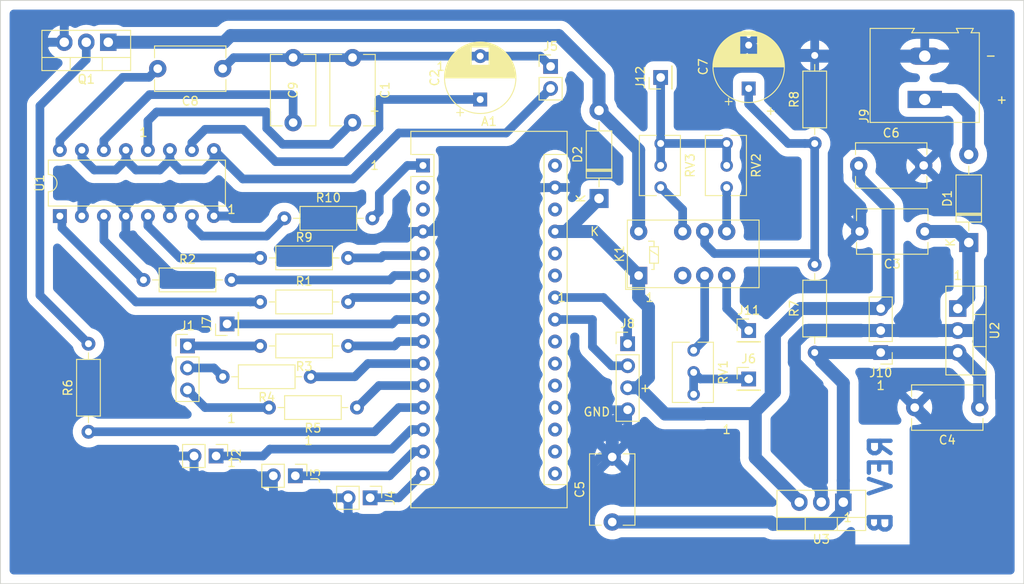
<source format=kicad_pcb>
(kicad_pcb (version 20171130) (host pcbnew "(5.1.5)-3")
  (layers (0 F.Cu signal hide) (31 B.Cu signal hide) (34 B.Paste user hide) (35 F.Paste user hide) (36 B.SilkS user hide) (37 F.SilkS user) (38 B.Mask user) (39 F.Mask user hide) (44 Edge.Cuts user))
  (net 0 "")
  (net 1 "Net-(A1-Pad16)")
  (net 2 "Net-(A1-Pad15)")
  (net 3 "Net-(A1-Pad30)")
  (net 4 "Net-(A1-Pad14)")
  (net 5 GND)
  (net 6 "Net-(A1-Pad13)")
  (net 7 "Net-(A1-Pad28)")
  (net 8 "Net-(A1-Pad12)")
  (net 9 "Net-(A1-Pad27)")
  (net 10 "Net-(A1-Pad11)")
  (net 11 "Net-(A1-Pad26)")
  (net 12 "Net-(A1-Pad10)")
  (net 13 "Net-(A1-Pad25)")
  (net 14 "Net-(A1-Pad9)")
  (net 15 "Net-(A1-Pad24)")
  (net 16 "Net-(A1-Pad8)")
  (net 17 "Net-(A1-Pad23)")
  (net 18 "Net-(A1-Pad7)")
  (net 19 "Net-(A1-Pad22)")
  (net 20 "Net-(A1-Pad6)")
  (net 21 "Net-(A1-Pad21)")
  (net 22 "Net-(A1-Pad5)")
  (net 23 "Net-(A1-Pad20)")
  (net 24 "Net-(A1-Pad19)")
  (net 25 "Net-(A1-Pad3)")
  (net 26 "Net-(A1-Pad18)")
  (net 27 "Net-(A1-Pad2)")
  (net 28 "Net-(A1-Pad17)")
  (net 29 "Net-(A1-Pad1)")
  (net 30 "Net-(C1-Pad2)")
  (net 31 "Net-(C1-Pad1)")
  (net 32 "Net-(C2-Pad1)")
  (net 33 "Net-(C3-Pad1)")
  (net 34 "Net-(C4-Pad1)")
  (net 35 "Net-(D1-Pad2)")
  (net 36 "Net-(J1-Pad3)")
  (net 37 "Net-(J1-Pad2)")
  (net 38 "Net-(J1-Pad1)")
  (net 39 "Net-(J5-Pad2)")
  (net 40 "Net-(C7-Pad1)")
  (net 41 "Net-(D2-Pad2)")
  (net 42 "Net-(J6-Pad1)")
  (net 43 "Net-(J11-Pad1)")
  (net 44 "Net-(J12-Pad1)")
  (net 45 "Net-(K1-Pad3)")
  (net 46 "Net-(Q1-Pad2)")
  (net 47 "Net-(K1-Pad8)")
  (net 48 "Net-(K1-Pad10)")
  (net 49 "Net-(K1-Pad4)")
  (net 50 "Net-(C8-Pad2)")
  (net 51 "Net-(C9-Pad2)")
  (net 52 "Net-(R1-Pad1)")
  (net 53 "Net-(R2-Pad1)")
  (net 54 "Net-(R9-Pad1)")
  (net 55 "Net-(R10-Pad1)")
  (module Module:Arduino_Nano (layer F.Cu) (at 75.438 82.55)
    (fp_text reference A1 (at 7.62 -5.08) (layer F.SilkS))
    (fp_text value Arduino_Nano_v3.x)
    (pad 16 thru_hole oval (at 15.24 35.56) (size 1.6 1.6) (drill 0.8) (layers *.Cu *.Mask) (net 1 "Net-(A1-Pad16)"))
    (pad 15 thru_hole oval (at 0 35.56) (size 1.6 1.6) (drill 0.8) (layers *.Cu *.Mask) (net 2 "Net-(A1-Pad15)"))
    (pad 30 thru_hole oval (at 15.24 0) (size 1.6 1.6) (drill 0.8) (layers *.Cu *.Mask) (net 3 "Net-(A1-Pad30)"))
    (pad 14 thru_hole oval (at 0 33.02) (size 1.6 1.6) (drill 0.8) (layers *.Cu *.Mask) (net 4 "Net-(A1-Pad14)"))
    (pad 29 thru_hole oval (at 15.24 2.54) (size 1.6 1.6) (drill 0.8) (layers *.Cu *.Mask) (net 5 GND))
    (pad 13 thru_hole oval (at 0 30.48) (size 1.6 1.6) (drill 0.8) (layers *.Cu *.Mask) (net 6 "Net-(A1-Pad13)"))
    (pad 28 thru_hole oval (at 15.24 5.08) (size 1.6 1.6) (drill 0.8) (layers *.Cu *.Mask) (net 7 "Net-(A1-Pad28)"))
    (pad 12 thru_hole oval (at 0 27.94) (size 1.6 1.6) (drill 0.8) (layers *.Cu *.Mask) (net 8 "Net-(A1-Pad12)"))
    (pad 27 thru_hole oval (at 15.24 7.62) (size 1.6 1.6) (drill 0.8) (layers *.Cu *.Mask) (net 9 "Net-(A1-Pad27)"))
    (pad 11 thru_hole oval (at 0 25.4) (size 1.6 1.6) (drill 0.8) (layers *.Cu *.Mask) (net 10 "Net-(A1-Pad11)"))
    (pad 26 thru_hole oval (at 15.24 10.16) (size 1.6 1.6) (drill 0.8) (layers *.Cu *.Mask) (net 11 "Net-(A1-Pad26)"))
    (pad 10 thru_hole oval (at 0 22.86) (size 1.6 1.6) (drill 0.8) (layers *.Cu *.Mask) (net 12 "Net-(A1-Pad10)"))
    (pad 25 thru_hole oval (at 15.24 12.7) (size 1.6 1.6) (drill 0.8) (layers *.Cu *.Mask) (net 13 "Net-(A1-Pad25)"))
    (pad 9 thru_hole oval (at 0 20.32) (size 1.6 1.6) (drill 0.8) (layers *.Cu *.Mask) (net 14 "Net-(A1-Pad9)"))
    (pad 24 thru_hole oval (at 15.24 15.24) (size 1.6 1.6) (drill 0.8) (layers *.Cu *.Mask) (net 15 "Net-(A1-Pad24)"))
    (pad 8 thru_hole oval (at 0 17.78) (size 1.6 1.6) (drill 0.8) (layers *.Cu *.Mask) (net 16 "Net-(A1-Pad8)"))
    (pad 23 thru_hole oval (at 15.24 17.78) (size 1.6 1.6) (drill 0.8) (layers *.Cu *.Mask) (net 17 "Net-(A1-Pad23)"))
    (pad 7 thru_hole oval (at 0 15.24) (size 1.6 1.6) (drill 0.8) (layers *.Cu *.Mask) (net 18 "Net-(A1-Pad7)"))
    (pad 22 thru_hole oval (at 15.24 20.32) (size 1.6 1.6) (drill 0.8) (layers *.Cu *.Mask) (net 19 "Net-(A1-Pad22)"))
    (pad 6 thru_hole oval (at 0 12.7) (size 1.6 1.6) (drill 0.8) (layers *.Cu *.Mask) (net 20 "Net-(A1-Pad6)"))
    (pad 21 thru_hole oval (at 15.24 22.86) (size 1.6 1.6) (drill 0.8) (layers *.Cu *.Mask) (net 21 "Net-(A1-Pad21)"))
    (pad 5 thru_hole oval (at 0 10.16) (size 1.6 1.6) (drill 0.8) (layers *.Cu *.Mask) (net 22 "Net-(A1-Pad5)"))
    (pad 20 thru_hole oval (at 15.24 25.4) (size 1.6 1.6) (drill 0.8) (layers *.Cu *.Mask) (net 23 "Net-(A1-Pad20)"))
    (pad 4 thru_hole oval (at 0 7.62) (size 1.6 1.6) (drill 0.8) (layers *.Cu *.Mask) (net 5 GND))
    (pad 19 thru_hole oval (at 15.24 27.94) (size 1.6 1.6) (drill 0.8) (layers *.Cu *.Mask) (net 24 "Net-(A1-Pad19)"))
    (pad 3 thru_hole oval (at 0 5.08) (size 1.6 1.6) (drill 0.8) (layers *.Cu *.Mask) (net 25 "Net-(A1-Pad3)"))
    (pad 18 thru_hole oval (at 15.24 30.48) (size 1.6 1.6) (drill 0.8) (layers *.Cu *.Mask) (net 26 "Net-(A1-Pad18)"))
    (pad 2 thru_hole oval (at 0 2.54) (size 1.6 1.6) (drill 0.8) (layers *.Cu *.Mask) (net 27 "Net-(A1-Pad2)"))
    (pad 17 thru_hole oval (at 15.24 33.02) (size 1.6 1.6) (drill 0.8) (layers *.Cu *.Mask) (net 28 "Net-(A1-Pad17)"))
    (pad 1 thru_hole rect (at 0 0) (size 1.6 1.6) (drill 0.8) (layers *.Cu *.Mask) (net 29 "Net-(A1-Pad1)"))
  )
  (module Package_DIP:DIP-16_W7.62mm (layer F.Cu) (at 33.528 88.392 90)
    (fp_text reference U1 (at 3.81 -2.33 90) (layer F.SilkS))
    (fp_text value LTV-847)
    (pad 16 thru_hole oval (at 7.62 0 90) (size 1.6 1.6) (drill 0.8) (layers *.Cu *.Mask) (net 50 "Net-(C8-Pad2)"))
    (pad 8 thru_hole oval (at 0 17.78 90) (size 1.6 1.6) (drill 0.8) (layers *.Cu *.Mask) (net 5 GND))
    (pad 15 thru_hole oval (at 7.62 2.54 90) (size 1.6 1.6) (drill 0.8) (layers *.Cu *.Mask) (net 39 "Net-(J5-Pad2)"))
    (pad 7 thru_hole oval (at 0 15.24 90) (size 1.6 1.6) (drill 0.8) (layers *.Cu *.Mask) (net 55 "Net-(R10-Pad1)"))
    (pad 14 thru_hole oval (at 7.62 5.08 90) (size 1.6 1.6) (drill 0.8) (layers *.Cu *.Mask) (net 51 "Net-(C9-Pad2)"))
    (pad 6 thru_hole oval (at 0 12.7 90) (size 1.6 1.6) (drill 0.8) (layers *.Cu *.Mask) (net 5 GND))
    (pad 13 thru_hole oval (at 7.62 7.62 90) (size 1.6 1.6) (drill 0.8) (layers *.Cu *.Mask) (net 39 "Net-(J5-Pad2)"))
    (pad 5 thru_hole oval (at 0 10.16 90) (size 1.6 1.6) (drill 0.8) (layers *.Cu *.Mask) (net 54 "Net-(R9-Pad1)"))
    (pad 12 thru_hole oval (at 7.62 10.16 90) (size 1.6 1.6) (drill 0.8) (layers *.Cu *.Mask) (net 30 "Net-(C1-Pad2)"))
    (pad 4 thru_hole oval (at 0 7.62 90) (size 1.6 1.6) (drill 0.8) (layers *.Cu *.Mask) (net 5 GND))
    (pad 11 thru_hole oval (at 7.62 12.7 90) (size 1.6 1.6) (drill 0.8) (layers *.Cu *.Mask) (net 39 "Net-(J5-Pad2)"))
    (pad 3 thru_hole oval (at 0 5.08 90) (size 1.6 1.6) (drill 0.8) (layers *.Cu *.Mask) (net 53 "Net-(R2-Pad1)"))
    (pad 10 thru_hole oval (at 7.62 15.24 90) (size 1.6 1.6) (drill 0.8) (layers *.Cu *.Mask) (net 32 "Net-(C2-Pad1)"))
    (pad 2 thru_hole oval (at 0 2.54 90) (size 1.6 1.6) (drill 0.8) (layers *.Cu *.Mask) (net 5 GND))
    (pad 9 thru_hole oval (at 7.62 17.78 90) (size 1.6 1.6) (drill 0.8) (layers *.Cu *.Mask) (net 39 "Net-(J5-Pad2)"))
    (pad 1 thru_hole rect (at 0 0 90) (size 1.6 1.6) (drill 0.8) (layers *.Cu *.Mask) (net 52 "Net-(R1-Pad1)"))
  )
  (module Resistor_THT:R_Axial_DIN0207_L6.3mm_D2.5mm_P10.16mm_Horizontal (layer F.Cu) (at 59.436 88.646)
    (fp_text reference R10 (at 5.08 -2.37) (layer F.SilkS))
    (fp_text value 390R)
    (pad 2 thru_hole oval (at 10.16 0) (size 1.6 1.6) (drill 0.8) (layers *.Cu *.Mask) (net 29 "Net-(A1-Pad1)"))
    (pad 1 thru_hole circle (at 0 0) (size 1.6 1.6) (drill 0.8) (layers *.Cu *.Mask) (net 55 "Net-(R10-Pad1)"))
  )
  (module Resistor_THT:R_Axial_DIN0207_L6.3mm_D2.5mm_P10.16mm_Horizontal (layer F.Cu) (at 56.642 93.218)
    (fp_text reference R9 (at 5.08 -2.37) (layer F.SilkS))
    (fp_text value 390R)
    (pad 2 thru_hole oval (at 10.16 0) (size 1.6 1.6) (drill 0.8) (layers *.Cu *.Mask) (net 22 "Net-(A1-Pad5)"))
    (pad 1 thru_hole circle (at 0 0) (size 1.6 1.6) (drill 0.8) (layers *.Cu *.Mask) (net 54 "Net-(R9-Pad1)"))
  )
  (module Resistor_THT:R_Axial_DIN0207_L6.3mm_D2.5mm_P10.16mm_Horizontal (layer F.Cu) (at 43.18 95.758)
    (fp_text reference R2 (at 5.08 -2.37) (layer F.SilkS))
    (fp_text value 390R)
    (pad 2 thru_hole oval (at 10.16 0) (size 1.6 1.6) (drill 0.8) (layers *.Cu *.Mask) (net 20 "Net-(A1-Pad6)"))
    (pad 1 thru_hole circle (at 0 0) (size 1.6 1.6) (drill 0.8) (layers *.Cu *.Mask) (net 53 "Net-(R2-Pad1)"))
  )
  (module Resistor_THT:R_Axial_DIN0207_L6.3mm_D2.5mm_P10.16mm_Horizontal (layer F.Cu) (at 56.642 98.298)
    (fp_text reference R1 (at 5.08 -2.37) (layer F.SilkS))
    (fp_text value 390R)
    (pad 2 thru_hole oval (at 10.16 0) (size 1.6 1.6) (drill 0.8) (layers *.Cu *.Mask) (net 18 "Net-(A1-Pad7)"))
    (pad 1 thru_hole circle (at 0 0) (size 1.6 1.6) (drill 0.8) (layers *.Cu *.Mask) (net 52 "Net-(R1-Pad1)"))
  )
  (module Capacitor_THT:C_Disc_D8.0mm_W5.0mm_P7.50mm (layer F.Cu) (at 60.452 70.104 270)
    (fp_text reference C9 (at 3.75 0 90) (layer F.SilkS))
    (fp_text value 10nF)
    (pad 2 thru_hole circle (at 7.5 0 270) (size 2 2) (drill 1) (layers *.Cu *.Mask) (net 51 "Net-(C9-Pad2)"))
    (pad 1 thru_hole circle (at 0 0 270) (size 2 2) (drill 1) (layers *.Cu *.Mask) (net 31 "Net-(C1-Pad1)"))
  )
  (module Capacitor_THT:C_Disc_D8.0mm_W5.0mm_P7.50mm (layer F.Cu) (at 52.324 71.374 180)
    (fp_text reference C8 (at 3.75 -3.75) (layer F.SilkS))
    (fp_text value 1nF)
    (pad 2 thru_hole circle (at 7.5 0 180) (size 2 2) (drill 1) (layers *.Cu *.Mask) (net 50 "Net-(C8-Pad2)"))
    (pad 1 thru_hole circle (at 0 0 180) (size 2 2) (drill 1) (layers *.Cu *.Mask) (net 31 "Net-(C1-Pad1)"))
  )
  (module Package_TO_SOT_THT:TO-220-3_Vertical (layer F.Cu) (at 39.116 68.326 180)
    (fp_text reference Q1 (at 2.54 -4.27) (layer F.SilkS))
    (fp_text value BC337)
    (pad 3 thru_hole oval (at 5.08 0 180) (size 1.905 2) (drill 1.1) (layers *.Cu *.Mask) (net 5 GND))
    (pad 2 thru_hole oval (at 2.54 0 180) (size 1.905 2) (drill 1.1) (layers *.Cu *.Mask) (net 46 "Net-(Q1-Pad2)"))
    (pad 1 thru_hole rect (at 0 0 180) (size 1.905 2) (drill 1.1) (layers *.Cu *.Mask) (net 41 "Net-(D2-Pad2)"))
  )
  (module Relay_THT:Relay_DPDT_Omron_G6S-2 (layer F.Cu) (at 100.33 95.25 90)
    (fp_text reference K1 (at 2.5 -2.2 90) (layer F.SilkS))
    (fp_text value G6S-2)
    (pad 5 thru_hole circle (at 0 10.16 90) (size 2 2) (drill 1) (layers *.Cu *.Mask) (net 43 "Net-(J11-Pad1)"))
    (pad 8 thru_hole circle (at 5.08 10.16 90) (size 2 2) (drill 1) (layers *.Cu *.Mask) (net 47 "Net-(K1-Pad8)"))
    (pad 3 thru_hole circle (at 0 5.08 90) (size 2 2) (drill 1) (layers *.Cu *.Mask) (net 45 "Net-(K1-Pad3)"))
    (pad 1 thru_hole rect (at 0 0 90) (size 2 2) (drill 1) (layers *.Cu *.Mask) (net 9 "Net-(A1-Pad27)"))
    (pad 10 thru_hole circle (at 5.08 5.08 90) (size 2 2) (drill 1) (layers *.Cu *.Mask) (net 48 "Net-(K1-Pad10)"))
    (pad 12 thru_hole circle (at 5.08 0 90) (size 2 2) (drill 1) (layers *.Cu *.Mask) (net 41 "Net-(D2-Pad2)"))
    (pad 4 thru_hole circle (at 0 7.62) (size 2 2) (drill 1) (layers *.Cu *.Mask) (net 49 "Net-(K1-Pad4)"))
    (pad 9 thru_hole circle (at 5.08 7.62) (size 2 2) (drill 1) (layers *.Cu *.Mask) (net 40 "Net-(C7-Pad1)"))
  )
  (module Potentiometer_THT:Potentiometer_Bourns_3266Y_Vertical (layer F.Cu) (at 102.87 85.09 270)
    (fp_text reference RV3 (at -2.54 -3.41 90) (layer F.SilkS))
    (fp_text value 50k)
    (pad 3 thru_hole circle (at -5.08 0 270) (size 1.44 1.44) (drill 0.8) (layers *.Cu *.Mask) (net 44 "Net-(J12-Pad1)"))
    (pad 2 thru_hole circle (at -2.54 0 270) (size 1.44 1.44) (drill 0.8) (layers *.Cu *.Mask) (net 44 "Net-(J12-Pad1)"))
    (pad 1 thru_hole circle (at 0 0 270) (size 1.44 1.44) (drill 0.8) (layers *.Cu *.Mask) (net 48 "Net-(K1-Pad10)"))
  )
  (module Potentiometer_THT:Potentiometer_Bourns_3266Y_Vertical (layer F.Cu) (at 110.49 85.09 270)
    (fp_text reference RV2 (at -2.54 -3.41 90) (layer F.SilkS))
    (fp_text value 50k)
    (pad 3 thru_hole circle (at -5.08 0 270) (size 1.44 1.44) (drill 0.8) (layers *.Cu *.Mask) (net 44 "Net-(J12-Pad1)"))
    (pad 2 thru_hole circle (at -2.54 0 270) (size 1.44 1.44) (drill 0.8) (layers *.Cu *.Mask) (net 44 "Net-(J12-Pad1)"))
    (pad 1 thru_hole circle (at 0 0 270) (size 1.44 1.44) (drill 0.8) (layers *.Cu *.Mask) (net 47 "Net-(K1-Pad8)"))
  )
  (module Potentiometer_THT:Potentiometer_Bourns_3266Y_Vertical (layer F.Cu) (at 106.68 108.966 270)
    (fp_text reference RV1 (at -2.54 -3.41 90) (layer F.SilkS))
    (fp_text value 500)
    (pad 3 thru_hole circle (at -5.08 0 270) (size 1.44 1.44) (drill 0.8) (layers *.Cu *.Mask) (net 49 "Net-(K1-Pad4)"))
    (pad 2 thru_hole circle (at -2.54 0 270) (size 1.44 1.44) (drill 0.8) (layers *.Cu *.Mask) (net 42 "Net-(J6-Pad1)"))
    (pad 1 thru_hole circle (at 0 0 270) (size 1.44 1.44) (drill 0.8) (layers *.Cu *.Mask) (net 42 "Net-(J6-Pad1)"))
  )
  (module Resistor_THT:R_Axial_DIN0207_L6.3mm_D2.5mm_P10.16mm_Horizontal (layer F.Cu) (at 120.65 80.01 90)
    (fp_text reference R8 (at 5.08 -2.37 90) (layer F.SilkS))
    (fp_text value 10k)
    (pad 2 thru_hole oval (at 10.16 0 90) (size 1.6 1.6) (drill 0.8) (layers *.Cu *.Mask) (net 5 GND))
    (pad 1 thru_hole circle (at 0 0 90) (size 1.6 1.6) (drill 0.8) (layers *.Cu *.Mask) (net 40 "Net-(C7-Pad1)"))
  )
  (module Resistor_THT:R_Axial_DIN0207_L6.3mm_D2.5mm_P10.16mm_Horizontal (layer F.Cu) (at 120.65 104.14 90)
    (fp_text reference R7 (at 5.08 -2.37 90) (layer F.SilkS))
    (fp_text value 10k)
    (pad 2 thru_hole oval (at 10.16 0 90) (size 1.6 1.6) (drill 0.8) (layers *.Cu *.Mask) (net 40 "Net-(C7-Pad1)"))
    (pad 1 thru_hole circle (at 0 0 90) (size 1.6 1.6) (drill 0.8) (layers *.Cu *.Mask) (net 34 "Net-(C4-Pad1)"))
  )
  (module Resistor_THT:R_Axial_DIN0207_L6.3mm_D2.5mm_P10.16mm_Horizontal (layer F.Cu) (at 36.83 113.284 90)
    (fp_text reference R6 (at 5.08 -2.37 90) (layer F.SilkS))
    (fp_text value 10k)
    (pad 2 thru_hole oval (at 10.16 0 90) (size 1.6 1.6) (drill 0.8) (layers *.Cu *.Mask) (net 46 "Net-(Q1-Pad2)"))
    (pad 1 thru_hole circle (at 0 0 90) (size 1.6 1.6) (drill 0.8) (layers *.Cu *.Mask) (net 8 "Net-(A1-Pad12)"))
  )
  (module Connector_PinHeader_2.54mm:PinHeader_1x01_P2.54mm_Vertical (layer F.Cu) (at 102.87 72.39 90)
    (fp_text reference J12 (at 0 -2.33 90) (layer F.SilkS))
    (fp_text value MO)
    (pad 1 thru_hole rect (at 0 0 90) (size 1.7 1.7) (drill 1) (layers *.Cu *.Mask) (net 44 "Net-(J12-Pad1)"))
  )
  (module Connector_PinHeader_2.54mm:PinHeader_1x01_P2.54mm_Vertical (layer F.Cu) (at 113.03 101.6)
    (fp_text reference J11 (at 0 -2.33) (layer F.SilkS))
    (fp_text value WaveA2)
    (pad 1 thru_hole rect (at 0 0) (size 1.7 1.7) (drill 1) (layers *.Cu *.Mask) (net 43 "Net-(J11-Pad1)"))
  )
  (module Connector_PinHeader_2.54mm:PinHeader_1x01_P2.54mm_Vertical (layer F.Cu) (at 113.03 107.188)
    (fp_text reference J6 (at 0 -2.33) (layer F.SilkS))
    (fp_text value WaveA1)
    (pad 1 thru_hole rect (at 0 0) (size 1.7 1.7) (drill 1) (layers *.Cu *.Mask) (net 42 "Net-(J6-Pad1)"))
  )
  (module Diode_THT:D_DO-41_SOD81_P10.16mm_Horizontal (layer F.Cu) (at 95.758 86.36 90)
    (fp_text reference D2 (at 5.08 -2.47 90) (layer F.SilkS))
    (fp_text value 1N4007)
    (fp_text user K (at 0 -2.1 90) (layer F.SilkS))
    (pad 2 thru_hole oval (at 10.16 0 90) (size 2.2 2.2) (drill 1.1) (layers *.Cu *.Mask) (net 41 "Net-(D2-Pad2)"))
    (pad 1 thru_hole rect (at 0 0 90) (size 2.2 2.2) (drill 1.1) (layers *.Cu *.Mask) (net 9 "Net-(A1-Pad27)"))
  )
  (module Capacitor_THT:CP_Radial_D8.0mm_P5.00mm (layer F.Cu) (at 113.03 73.66 90)
    (fp_text reference C7 (at 2.5 -5.25 90) (layer F.SilkS))
    (fp_text value 10uF)
    (pad 2 thru_hole circle (at 5 0 90) (size 1.6 1.6) (drill 0.8) (layers *.Cu *.Mask) (net 5 GND))
    (pad 1 thru_hole rect (at 0 0 90) (size 1.6 1.6) (drill 0.8) (layers *.Cu *.Mask) (net 40 "Net-(C7-Pad1)"))
  )
  (module Package_TO_SOT_THT:TO-220-3_Vertical (layer F.Cu) (at 123.952 121.412 180)
    (fp_text reference U3 (at 2.54 -4.27) (layer F.SilkS))
    (fp_text value LM7805_TO220)
    (pad 3 thru_hole oval (at 5.08 0 180) (size 1.905 2) (drill 1.1) (layers *.Cu *.Mask) (net 9 "Net-(A1-Pad27)"))
    (pad 2 thru_hole oval (at 2.54 0 180) (size 1.905 2) (drill 1.1) (layers *.Cu *.Mask) (net 5 GND))
    (pad 1 thru_hole rect (at 0 0 180) (size 1.905 2) (drill 1.1) (layers *.Cu *.Mask) (net 34 "Net-(C4-Pad1)"))
  )
  (module Package_TO_SOT_THT:TO-220-3_Vertical (layer F.Cu) (at 137.16 99.06 270)
    (fp_text reference U2 (at 2.54 -4.27 90) (layer F.SilkS))
    (fp_text value LM7812_TO220)
    (pad 3 thru_hole oval (at 5.08 0 270) (size 1.905 2) (drill 1.1) (layers *.Cu *.Mask) (net 34 "Net-(C4-Pad1)"))
    (pad 2 thru_hole oval (at 2.54 0 270) (size 1.905 2) (drill 1.1) (layers *.Cu *.Mask) (net 5 GND))
    (pad 1 thru_hole rect (at 0 0 270) (size 1.905 2) (drill 1.1) (layers *.Cu *.Mask) (net 33 "Net-(C3-Pad1)"))
  )
  (module Resistor_THT:R_Axial_DIN0207_L6.3mm_D2.5mm_P10.16mm_Horizontal (layer F.Cu) (at 67.818 110.49 180)
    (fp_text reference R5 (at 5.08 -2.37) (layer F.SilkS))
    (fp_text value 390)
    (pad 2 thru_hole oval (at 10.16 0 180) (size 1.6 1.6) (drill 0.8) (layers *.Cu *.Mask) (net 36 "Net-(J1-Pad3)"))
    (pad 1 thru_hole circle (at 0 0 180) (size 1.6 1.6) (drill 0.8) (layers *.Cu *.Mask) (net 10 "Net-(A1-Pad11)"))
  )
  (module Resistor_THT:R_Axial_DIN0207_L6.3mm_D2.5mm_P10.16mm_Horizontal (layer F.Cu) (at 62.484 106.934 180)
    (fp_text reference R4 (at 5.08 -2.37) (layer F.SilkS))
    (fp_text value 270)
    (pad 2 thru_hole oval (at 10.16 0 180) (size 1.6 1.6) (drill 0.8) (layers *.Cu *.Mask) (net 37 "Net-(J1-Pad2)"))
    (pad 1 thru_hole circle (at 0 0 180) (size 1.6 1.6) (drill 0.8) (layers *.Cu *.Mask) (net 12 "Net-(A1-Pad10)"))
  )
  (module Resistor_THT:R_Axial_DIN0207_L6.3mm_D2.5mm_P10.16mm_Horizontal (layer F.Cu) (at 66.802 103.378 180)
    (fp_text reference R3 (at 5.08 -2.37) (layer F.SilkS))
    (fp_text value 390)
    (pad 2 thru_hole oval (at 10.16 0 180) (size 1.6 1.6) (drill 0.8) (layers *.Cu *.Mask) (net 38 "Net-(J1-Pad1)"))
    (pad 1 thru_hole circle (at 0 0 180) (size 1.6 1.6) (drill 0.8) (layers *.Cu *.Mask) (net 14 "Net-(A1-Pad9)"))
  )
  (module Connector_PinHeader_2.54mm:PinHeader_1x03_P2.54mm_Vertical (layer F.Cu) (at 128.27 104.14 180)
    (fp_text reference J10 (at 0 -2.33) (layer F.SilkS))
    (fp_text value "12V GND 5V")
    (pad 3 thru_hole oval (at 0 5.08 180) (size 1.7 1.7) (drill 1) (layers *.Cu *.Mask) (net 9 "Net-(A1-Pad27)"))
    (pad 2 thru_hole oval (at 0 2.54 180) (size 1.7 1.7) (drill 1) (layers *.Cu *.Mask) (net 5 GND))
    (pad 1 thru_hole rect (at 0 0 180) (size 1.7 1.7) (drill 1) (layers *.Cu *.Mask) (net 34 "Net-(C4-Pad1)"))
  )
  (module TerminalBlock:TerminalBlock_Altech_AK300-2_P5.00mm (layer F.Cu) (at 133.35 74.93 90)
    (fp_text reference J9 (at -1.92 -6.99 90) (layer F.SilkS))
    (fp_text value 14V)
    (pad 2 thru_hole oval (at 5 0 90) (size 1.98 3.96) (drill 1.32) (layers *.Cu *.Mask) (net 5 GND))
    (pad 1 thru_hole rect (at 0 0 90) (size 1.98 3.96) (drill 1.32) (layers *.Cu *.Mask) (net 35 "Net-(D1-Pad2)"))
  )
  (module Connector_PinHeader_2.54mm:PinHeader_1x04_P2.54mm_Vertical (layer F.Cu) (at 99.06 103.124)
    (fp_text reference J8 (at 0 -2.33) (layer F.SilkS))
    (fp_text value Display)
    (pad 4 thru_hole oval (at 0 7.62) (size 1.7 1.7) (drill 1) (layers *.Cu *.Mask) (net 5 GND))
    (pad 3 thru_hole oval (at 0 5.08) (size 1.7 1.7) (drill 1) (layers *.Cu *.Mask) (net 9 "Net-(A1-Pad27)"))
    (pad 2 thru_hole oval (at 0 2.54) (size 1.7 1.7) (drill 1) (layers *.Cu *.Mask) (net 17 "Net-(A1-Pad23)"))
    (pad 1 thru_hole rect (at 0 0) (size 1.7 1.7) (drill 1) (layers *.Cu *.Mask) (net 15 "Net-(A1-Pad24)"))
  )
  (module Connector_PinHeader_2.54mm:PinHeader_1x01_P2.54mm_Vertical (layer F.Cu) (at 52.832 100.838 90)
    (fp_text reference J7 (at 0 -2.33 90) (layer F.SilkS))
    (fp_text value FreqCount)
    (pad 1 thru_hole rect (at 0 0 90) (size 1.7 1.7) (drill 1) (layers *.Cu *.Mask) (net 16 "Net-(A1-Pad8)"))
  )
  (module Connector_PinHeader_2.54mm:PinHeader_1x02_P2.54mm_Vertical (layer F.Cu) (at 90.17 71.12)
    (fp_text reference J5 (at 0 -2.33) (layer F.SilkS))
    (fp_text value FreqRange)
    (pad 2 thru_hole oval (at 0 2.54) (size 1.7 1.7) (drill 1) (layers *.Cu *.Mask) (net 39 "Net-(J5-Pad2)"))
    (pad 1 thru_hole rect (at 0 0) (size 1.7 1.7) (drill 1) (layers *.Cu *.Mask) (net 31 "Net-(C1-Pad1)"))
  )
  (module Connector_PinHeader_2.54mm:PinHeader_1x02_P2.54mm_Vertical (layer F.Cu) (at 69.342 120.904 270)
    (fp_text reference J4 (at 0 -2.33 90) (layer F.SilkS))
    (fp_text value "BTN PWM")
    (pad 2 thru_hole oval (at 0 2.54 270) (size 1.7 1.7) (drill 1) (layers *.Cu *.Mask) (net 5 GND))
    (pad 1 thru_hole rect (at 0 0 270) (size 1.7 1.7) (drill 1) (layers *.Cu *.Mask) (net 2 "Net-(A1-Pad15)"))
  )
  (module Connector_PinHeader_2.54mm:PinHeader_1x02_P2.54mm_Vertical (layer F.Cu) (at 60.706 118.364 270)
    (fp_text reference J3 (at 0 -2.33 90) (layer F.SilkS))
    (fp_text value "BTN Form")
    (pad 2 thru_hole oval (at 0 2.54 270) (size 1.7 1.7) (drill 1) (layers *.Cu *.Mask) (net 5 GND))
    (pad 1 thru_hole rect (at 0 0 270) (size 1.7 1.7) (drill 1) (layers *.Cu *.Mask) (net 4 "Net-(A1-Pad14)"))
  )
  (module Connector_PinHeader_2.54mm:PinHeader_1x02_P2.54mm_Vertical (layer F.Cu) (at 51.562 116.078 270)
    (fp_text reference J2 (at 0 -2.33 90) (layer F.SilkS))
    (fp_text value "BTN Range")
    (pad 2 thru_hole oval (at 0 2.54 270) (size 1.7 1.7) (drill 1) (layers *.Cu *.Mask) (net 5 GND))
    (pad 1 thru_hole rect (at 0 0 270) (size 1.7 1.7) (drill 1) (layers *.Cu *.Mask) (net 6 "Net-(A1-Pad13)"))
  )
  (module Connector_PinHeader_2.54mm:PinHeader_1x03_P2.54mm_Vertical (layer F.Cu) (at 48.26 103.378)
    (fp_text reference J1 (at 0 -2.33) (layer F.SilkS))
    (fp_text value SIN-TRI-SQU-PWM)
    (pad 3 thru_hole oval (at 0 5.08) (size 1.7 1.7) (drill 1) (layers *.Cu *.Mask) (net 36 "Net-(J1-Pad3)"))
    (pad 2 thru_hole oval (at 0 2.54) (size 1.7 1.7) (drill 1) (layers *.Cu *.Mask) (net 37 "Net-(J1-Pad2)"))
    (pad 1 thru_hole rect (at 0 0) (size 1.7 1.7) (drill 1) (layers *.Cu *.Mask) (net 38 "Net-(J1-Pad1)"))
  )
  (module Diode_THT:D_DO-41_SOD81_P10.16mm_Horizontal (layer F.Cu) (at 138.43 91.44 90)
    (fp_text reference D1 (at 5.08 -2.47 90) (layer F.SilkS))
    (fp_text value 1N4007)
    (fp_text user K (at 0 -2.1 90) (layer F.SilkS))
    (pad 2 thru_hole oval (at 10.16 0 90) (size 2.2 2.2) (drill 1.1) (layers *.Cu *.Mask) (net 35 "Net-(D1-Pad2)"))
    (pad 1 thru_hole rect (at 0 0 90) (size 2.2 2.2) (drill 1.1) (layers *.Cu *.Mask) (net 33 "Net-(C3-Pad1)"))
  )
  (module Capacitor_THT:C_Disc_D8.0mm_W5.0mm_P7.50mm (layer F.Cu) (at 125.73 82.55)
    (fp_text reference C6 (at 3.75 -3.75) (layer F.SilkS))
    (fp_text value 100nF)
    (pad 2 thru_hole circle (at 7.5 0) (size 2 2) (drill 1) (layers *.Cu *.Mask) (net 5 GND))
    (pad 1 thru_hole circle (at 0 0) (size 2 2) (drill 1) (layers *.Cu *.Mask) (net 9 "Net-(A1-Pad27)"))
  )
  (module Capacitor_THT:C_Disc_D8.0mm_W5.0mm_P7.50mm (layer F.Cu) (at 97.282 123.698 90)
    (fp_text reference C5 (at 3.75 -3.75 90) (layer F.SilkS))
    (fp_text value 100nF)
    (pad 2 thru_hole circle (at 7.5 0 90) (size 2 2) (drill 1) (layers *.Cu *.Mask) (net 5 GND))
    (pad 1 thru_hole circle (at 0 0 90) (size 2 2) (drill 1) (layers *.Cu *.Mask) (net 34 "Net-(C4-Pad1)"))
  )
  (module Capacitor_THT:C_Disc_D8.0mm_W5.0mm_P7.50mm (layer F.Cu) (at 139.7 110.49 180)
    (fp_text reference C4 (at 3.75 -3.75) (layer F.SilkS))
    (fp_text value 330nF)
    (pad 2 thru_hole circle (at 7.5 0 180) (size 2 2) (drill 1) (layers *.Cu *.Mask) (net 5 GND))
    (pad 1 thru_hole circle (at 0 0 180) (size 2 2) (drill 1) (layers *.Cu *.Mask) (net 34 "Net-(C4-Pad1)"))
  )
  (module Capacitor_THT:C_Disc_D8.0mm_W5.0mm_P7.50mm (layer F.Cu) (at 133.35 90.17 180)
    (fp_text reference C3 (at 3.75 -3.75) (layer F.SilkS))
    (fp_text value 330nF)
    (pad 2 thru_hole circle (at 7.5 0 180) (size 2 2) (drill 1) (layers *.Cu *.Mask) (net 5 GND))
    (pad 1 thru_hole circle (at 0 0 180) (size 2 2) (drill 1) (layers *.Cu *.Mask) (net 33 "Net-(C3-Pad1)"))
  )
  (module Capacitor_THT:CP_Radial_D8.0mm_P5.00mm (layer F.Cu) (at 82.042 74.93 90)
    (fp_text reference C2 (at 2.5 -5.25 90) (layer F.SilkS))
    (fp_text value 1uF)
    (pad 2 thru_hole circle (at 5 0 90) (size 1.6 1.6) (drill 0.8) (layers *.Cu *.Mask) (net 31 "Net-(C1-Pad1)"))
    (pad 1 thru_hole rect (at 0 0 90) (size 1.6 1.6) (drill 0.8) (layers *.Cu *.Mask) (net 32 "Net-(C2-Pad1)"))
  )
  (module Capacitor_THT:C_Disc_D8.0mm_W5.0mm_P7.50mm (layer F.Cu) (at 67.31 70.104 270)
    (fp_text reference C1 (at 3.75 -3.75 90) (layer F.SilkS))
    (fp_text value 100nF)
    (pad 2 thru_hole circle (at 7.5 0 270) (size 2 2) (drill 1) (layers *.Cu *.Mask) (net 30 "Net-(C1-Pad2)"))
    (pad 1 thru_hole circle (at 0 0 270) (size 2 2) (drill 1) (layers *.Cu *.Mask) (net 31 "Net-(C1-Pad1)"))
  )
  (gr_text "REV B" (at 128.27 119.38 90) (layer B.Cu) (effects (font (size 2.5 2.5) (thickness 0.5)) (justify mirror)))
  (gr_text + (at 115.57 76.2) (layer F.SilkS) (effects (font (size 1 1))))
  (gr_text + (at 142.24 74.93) (layer F.SilkS) (effects (font (size 1 1))))
  (gr_text - (at 140.97 69.85) (layer F.SilkS) (effects (font (size 1 1))))
  (gr_text 1 (at 137.16 95.25) (layer F.SilkS) (effects (font (size 1 1))))
  (gr_text 1 (at 128.27 107.95) (layer F.SilkS) (effects (font (size 1 1))))
  (gr_text 1 (at 124.46 123.19) (layer F.SilkS) (effects (font (size 1 1))))
  (gr_text 1 (at 110.49 113.03) (layer F.SilkS) (effects (font (size 1 1))))
  (gr_text K (at 95.25 90.17) (layer F.SilkS) (effects (font (size 1 1))))
  (gr_text GND (at 95.504 110.998) (layer F.SilkS) (effects (font (size 1 1))))
  (gr_text + (at 101.092 108.204) (layer F.SilkS) (effects (font (size 1 1))))
  (gr_text 1 (at 91.44 97.79) (layer F.SilkS) (effects (font (size 1 1))))
  (gr_text 1 (at 101.6 97.79) (layer F.SilkS) (effects (font (size 1 1))))
  (gr_text 1 (at 69.85 82.55) (layer F.SilkS) (effects (font (size 1 1))))
  (gr_text 1 (at 53.34 116.84) (layer F.SilkS) (effects (font (size 1 1))))
  (gr_text 1 (at 62.23 114.3) (layer F.SilkS) (effects (font (size 1 1))))
  (gr_text 1 (at 53.34 111.76) (layer F.SilkS) (effects (font (size 1 1))))
  (gr_text 1 (at 53.34 87.63) (layer F.SilkS) (effects (font (size 1 1))))
  (gr_text 1 (at 77.47 71.12) (layer F.SilkS) (effects (font (size 1 1))))
  (gr_text + (at 69.85 76.2) (layer F.SilkS) (effects (font (size 1 1))))
  (gr_text 1 (at 43.18 78.74) (layer F.SilkS) (effects (font (size 1 1))))
  (gr_line (start 144.78 63.5) (end 144.78 130.81) (layer Edge.Cuts) (width 0.1))
  (gr_line (start 26.67 63.5) (end 144.78 63.5) (layer Edge.Cuts) (width 0.1))
  (gr_line (start 26.67 130.81) (end 26.67 63.5) (layer Edge.Cuts) (width 0.1))
  (gr_line (start 144.78 130.81) (end 26.67 130.81) (layer Edge.Cuts) (width 0.1))
  (segment (start 72.644 120.904) (end 75.438 118.11) (width 1) (layer B.Cu) (net 2))
  (segment (start 69.342 120.904) (end 72.644 120.904) (width 1) (layer B.Cu) (net 2))
  (segment (start 71.588441 118.364) (end 74.382441 115.57) (width 1) (layer B.Cu) (net 4))
  (segment (start 74.382441 115.57) (end 75.438 115.57) (width 1) (layer B.Cu) (net 4))
  (segment (start 60.706 118.364) (end 71.588441 118.364) (width 1) (layer B.Cu) (net 4))
  (segment (start 127.08 69.93) (end 120.73 69.93) (width 1) (layer B.Cu) (net 5))
  (segment (start 133.35 69.93) (end 127.08 69.93) (width 1) (layer B.Cu) (net 5))
  (segment (start 133.23 82.55) (end 130.729999 80.049999) (width 1) (layer B.Cu) (net 5))
  (segment (start 81.685998 85.09) (end 82.55 85.09) (width 1) (layer B.Cu) (net 5))
  (segment (start 136.33 69.93) (end 141.030001 74.630001) (width 1) (layer B.Cu) (net 5))
  (segment (start 133.35 69.93) (end 136.33 69.93) (width 1) (layer B.Cu) (net 5))
  (segment (start 76.302002 90.17) (end 75.438 90.17) (width 1) (layer B.Cu) (net 5))
  (segment (start 81.382002 85.09) (end 76.302002 90.17) (width 1) (layer B.Cu) (net 5))
  (segment (start 82.804 85.344) (end 81.382002 85.09) (width 1) (layer B.Cu) (net 5))
  (segment (start 90.678 85.09) (end 82.804 85.344) (width 1) (layer B.Cu) (net 5))
  (segment (start 76.492001 120.460001) (end 82.804 114.808) (width 1) (layer B.Cu) (net 5))
  (segment (start 82.804 114.808) (end 82.804 114.148002) (width 1) (layer B.Cu) (net 5))
  (segment (start 34.036 66.326) (end 34.036 68.326) (width 1) (layer B.Cu) (net 5))
  (segment (start 99.397989 65.349989) (end 35.012011 65.349989) (width 1) (layer B.Cu) (net 5))
  (segment (start 35.012011 65.349989) (end 34.036 66.326) (width 1) (layer B.Cu) (net 5))
  (segment (start 102.708 68.66) (end 99.397989 65.349989) (width 1) (layer B.Cu) (net 5))
  (segment (start 113.03 68.66) (end 102.708 68.66) (width 1) (layer B.Cu) (net 5))
  (segment (start 46.228 87.048) (end 46.228 87.26063) (width 1) (layer B.Cu) (net 5))
  (segment (start 47.184001 86.091999) (end 46.228 87.048) (width 1) (layer B.Cu) (net 5))
  (segment (start 49.872001 86.091999) (end 47.184001 86.091999) (width 1) (layer B.Cu) (net 5))
  (segment (start 51.308 87.527998) (end 49.872001 86.091999) (width 1) (layer B.Cu) (net 5))
  (segment (start 51.308 88.392) (end 51.308 87.527998) (width 1) (layer B.Cu) (net 5))
  (segment (start 42.316631 86.091999) (end 41.148 87.26063) (width 1) (layer B.Cu) (net 5))
  (segment (start 45.059369 86.091999) (end 42.316631 86.091999) (width 1) (layer B.Cu) (net 5))
  (segment (start 46.228 87.26063) (end 45.059369 86.091999) (width 1) (layer B.Cu) (net 5))
  (segment (start 41.148 87.26063) (end 41.148 88.392) (width 1) (layer B.Cu) (net 5))
  (segment (start 46.228 88.392) (end 46.228 87.26063) (width 1) (layer B.Cu) (net 5))
  (segment (start 39.712001 86.091999) (end 37.236631 86.091999) (width 1) (layer B.Cu) (net 5))
  (segment (start 36.068 87.26063) (end 36.068 88.392) (width 1) (layer B.Cu) (net 5))
  (segment (start 41.148 87.527998) (end 39.712001 86.091999) (width 1) (layer B.Cu) (net 5))
  (segment (start 37.236631 86.091999) (end 36.068 87.26063) (width 1) (layer B.Cu) (net 5))
  (segment (start 41.148 88.392) (end 41.148 87.527998) (width 1) (layer B.Cu) (net 5))
  (segment (start 74.30663 90.17) (end 75.438 90.17) (width 1) (layer B.Cu) (net 5))
  (segment (start 68.491999 90.946001) (end 73.530629 90.946001) (width 1) (layer B.Cu) (net 5))
  (segment (start 63.891997 86.345999) (end 68.491999 90.946001) (width 1) (layer B.Cu) (net 5))
  (segment (start 58.331999 86.345999) (end 63.891997 86.345999) (width 1) (layer B.Cu) (net 5))
  (segment (start 56.285998 88.392) (end 58.331999 86.345999) (width 1) (layer B.Cu) (net 5))
  (segment (start 73.530629 90.946001) (end 74.30663 90.17) (width 1) (layer B.Cu) (net 5))
  (segment (start 51.308 88.392) (end 56.285998 88.392) (width 1) (layer B.Cu) (net 5))
  (segment (start 71.055999 126.556001) (end 82.804 114.808) (width 1) (layer B.Cu) (net 5))
  (segment (start 29.227989 109.085991) (end 46.697999 126.556001) (width 1) (layer B.Cu) (net 5))
  (segment (start 29.227989 71.181511) (end 29.227989 109.085991) (width 1) (layer B.Cu) (net 5))
  (segment (start 32.0835 68.326) (end 29.227989 71.181511) (width 1) (layer B.Cu) (net 5))
  (segment (start 34.036 68.326) (end 32.0835 68.326) (width 1) (layer B.Cu) (net 5))
  (segment (start 70.529998 126.492) (end 70.866 126.492) (width 1) (layer B.Cu) (net 5))
  (segment (start 66.802 120.904) (end 66.802 122.764002) (width 1) (layer B.Cu) (net 5))
  (segment (start 66.802 122.764002) (end 70.529998 126.492) (width 1) (layer B.Cu) (net 5))
  (segment (start 46.697999 126.556001) (end 70.866 126.492) (width 1) (layer B.Cu) (net 5))
  (segment (start 70.866 126.492) (end 71.055999 126.556001) (width 1) (layer B.Cu) (net 5))
  (segment (start 65.599919 120.904) (end 66.802 120.904) (width 1) (layer B.Cu) (net 5))
  (segment (start 58.166 120.224002) (end 58.845998 120.904) (width 1) (layer B.Cu) (net 5))
  (segment (start 58.845998 120.904) (end 65.599919 120.904) (width 1) (layer B.Cu) (net 5))
  (segment (start 58.166 118.364) (end 58.166 120.224002) (width 1) (layer B.Cu) (net 5))
  (segment (start 57.316001 119.213999) (end 58.166 118.364) (width 1) (layer B.Cu) (net 5))
  (segment (start 49.022 117.938002) (end 50.297997 119.213999) (width 1) (layer B.Cu) (net 5))
  (segment (start 50.297997 119.213999) (end 57.316001 119.213999) (width 1) (layer B.Cu) (net 5))
  (segment (start 49.022 116.078) (end 49.022 117.938002) (width 1) (layer B.Cu) (net 5))
  (segment (start 89.573999 120.410001) (end 82.804 113.640002) (width 1) (layer B.Cu) (net 5))
  (segment (start 82.804 113.640002) (end 82.804 110.744) (width 1) (layer B.Cu) (net 5))
  (segment (start 95.867787 116.198) (end 91.655786 120.410001) (width 1) (layer B.Cu) (net 5))
  (segment (start 97.282 116.198) (end 95.867787 116.198) (width 1) (layer B.Cu) (net 5))
  (segment (start 91.655786 120.410001) (end 89.573999 120.410001) (width 1) (layer B.Cu) (net 5))
  (segment (start 82.804 110.744) (end 82.804 85.344) (width 1) (layer B.Cu) (net 5))
  (segment (start 82.804 114.148002) (end 82.804 110.744) (width 1) (layer B.Cu) (net 5))
  (segment (start 127.067919 101.6) (end 128.27 101.6) (width 1.5) (layer B.Cu) (net 5))
  (segment (start 119.711998 101.6) (end 127.067919 101.6) (width 1.5) (layer B.Cu) (net 5))
  (segment (start 118.299999 105.268001) (end 118.299999 103.011999) (width 1.5) (layer B.Cu) (net 5))
  (segment (start 120.92201 107.890012) (end 118.299999 105.268001) (width 1.5) (layer B.Cu) (net 5))
  (segment (start 120.92201 119.39801) (end 120.92201 107.890012) (width 1.5) (layer B.Cu) (net 5))
  (segment (start 121.412 119.888) (end 120.92201 119.39801) (width 1.5) (layer B.Cu) (net 5))
  (segment (start 118.299999 103.011999) (end 119.711998 101.6) (width 1.5) (layer B.Cu) (net 5))
  (segment (start 121.412 121.412) (end 121.412 119.888) (width 1.5) (layer B.Cu) (net 5))
  (segment (start 128.27 101.6) (end 137.16 101.6) (width 1.5) (layer B.Cu) (net 5))
  (segment (start 134.750001 113.040001) (end 133.199999 111.489999) (width 1.5) (layer B.Cu) (net 5))
  (segment (start 133.199999 111.489999) (end 132.2 110.49) (width 1.5) (layer B.Cu) (net 5))
  (segment (start 140.924001 113.040001) (end 134.750001 113.040001) (width 1.5) (layer B.Cu) (net 5))
  (segment (start 142.250001 111.714001) (end 140.924001 113.040001) (width 1.5) (layer B.Cu) (net 5))
  (segment (start 142.250001 103.896001) (end 142.250001 111.714001) (width 1.5) (layer B.Cu) (net 5))
  (segment (start 139.954 101.6) (end 142.250001 103.896001) (width 1.5) (layer B.Cu) (net 5))
  (segment (start 137.16 101.6) (end 139.954 101.6) (width 1.5) (layer B.Cu) (net 5))
  (segment (start 142.250001 75.350001) (end 142.250001 103.896001) (width 1.5) (layer B.Cu) (net 5))
  (segment (start 136.83 69.93) (end 142.250001 75.350001) (width 1.5) (layer B.Cu) (net 5))
  (segment (start 133.35 69.93) (end 136.83 69.93) (width 1.5) (layer B.Cu) (net 5))
  (segment (start 120.73 69.93) (end 120.65 69.85) (width 1.5) (layer B.Cu) (net 5))
  (segment (start 133.35 69.93) (end 120.73 69.93) (width 1.5) (layer B.Cu) (net 5))
  (segment (start 114.22 69.85) (end 113.03 68.66) (width 1.5) (layer B.Cu) (net 5))
  (segment (start 120.65 69.85) (end 114.22 69.85) (width 1.5) (layer B.Cu) (net 5))
  (segment (start 127 76.32) (end 127 69.85) (width 1.5) (layer B.Cu) (net 5))
  (segment (start 133.23 82.55) (end 127 76.32) (width 1.5) (layer B.Cu) (net 5))
  (segment (start 127.08 69.93) (end 127 69.85) (width 1) (layer B.Cu) (net 5))
  (segment (start 130.679999 79.999999) (end 130.729999 80.049999) (width 1.5) (layer B.Cu) (net 5))
  (segment (start 123.179999 81.325999) (end 124.505999 79.999999) (width 1.5) (layer B.Cu) (net 5))
  (segment (start 124.505999 79.999999) (end 130.679999 79.999999) (width 1.5) (layer B.Cu) (net 5))
  (segment (start 123.179999 84.666916) (end 123.179999 81.325999) (width 1.5) (layer B.Cu) (net 5))
  (segment (start 125.85 87.336917) (end 123.179999 84.666916) (width 1.5) (layer B.Cu) (net 5))
  (segment (start 125.85 90.17) (end 125.85 87.336917) (width 1.5) (layer B.Cu) (net 5))
  (segment (start 97.282 112.522) (end 99.06 110.744) (width 1.5) (layer B.Cu) (net 5))
  (segment (start 97.282 116.198) (end 97.282 112.522) (width 1.5) (layer B.Cu) (net 5))
  (segment (start 74.30663 113.03) (end 75.438 113.03) (width 1) (layer B.Cu) (net 6))
  (segment (start 74.094 113.03) (end 74.30663 113.03) (width 1) (layer B.Cu) (net 6))
  (segment (start 71.83999 115.28401) (end 74.094 113.03) (width 1) (layer B.Cu) (net 6))
  (segment (start 57.767988 115.28401) (end 71.83999 115.28401) (width 1) (layer B.Cu) (net 6))
  (segment (start 56.973998 116.078) (end 57.767988 115.28401) (width 1) (layer B.Cu) (net 6))
  (segment (start 51.562 116.078) (end 56.973998 116.078) (width 1) (layer B.Cu) (net 6))
  (segment (start 36.83 113.284) (end 69.85 113.284) (width 1) (layer B.Cu) (net 8))
  (segment (start 72.644 110.49) (end 75.438 110.49) (width 1) (layer B.Cu) (net 8))
  (segment (start 69.85 113.284) (end 72.644 110.49) (width 1) (layer B.Cu) (net 8))
  (segment (start 122.325998 99.06) (end 127.067919 99.06) (width 1) (layer B.Cu) (net 9))
  (segment (start 118.618 99.06) (end 115.380001 102.297999) (width 1) (layer B.Cu) (net 9))
  (segment (start 122.325998 99.06) (end 118.618 99.06) (width 1) (layer B.Cu) (net 9))
  (segment (start 113.432001 111.186001) (end 105.090001 111.186001) (width 1) (layer B.Cu) (net 9))
  (segment (start 115.380001 102.297999) (end 115.380001 109.238001) (width 1) (layer B.Cu) (net 9))
  (segment (start 115.380001 109.238001) (end 113.792 111.252) (width 1) (layer B.Cu) (net 9))
  (segment (start 113.792 111.252) (end 113.432001 111.186001) (width 1) (layer B.Cu) (net 9))
  (segment (start 129.119999 98.210001) (end 128.27 99.06) (width 1.5) (layer B.Cu) (net 9))
  (segment (start 129.119999 87.354212) (end 129.119999 98.210001) (width 1.5) (layer B.Cu) (net 9))
  (segment (start 125.73 83.964213) (end 129.119999 87.354212) (width 1.5) (layer B.Cu) (net 9))
  (segment (start 125.73 82.55) (end 125.73 83.964213) (width 1.5) (layer B.Cu) (net 9))
  (segment (start 113.792 116.2845) (end 113.792 111.252) (width 1.5) (layer B.Cu) (net 9))
  (segment (start 118.872 121.3645) (end 113.792 116.2845) (width 1.5) (layer B.Cu) (net 9))
  (segment (start 118.872 121.412) (end 118.872 121.3645) (width 1.5) (layer B.Cu) (net 9))
  (segment (start 100.352 108.204) (end 100.262081 108.204) (width 1.5) (layer B.Cu) (net 9))
  (segment (start 103.384001 111.236001) (end 100.352 108.204) (width 1.5) (layer B.Cu) (net 9))
  (segment (start 107.819601 111.186001) (end 107.769601 111.236001) (width 1.5) (layer B.Cu) (net 9))
  (segment (start 107.769601 111.236001) (end 103.384001 111.236001) (width 1.5) (layer B.Cu) (net 9))
  (segment (start 113.432001 111.186001) (end 107.819601 111.186001) (width 1.5) (layer B.Cu) (net 9))
  (segment (start 91.948 90.17) (end 95.758 86.36) (width 1.5) (layer B.Cu) (net 9))
  (segment (start 90.678 90.17) (end 91.948 90.17) (width 1.5) (layer B.Cu) (net 9))
  (segment (start 95.25 90.17) (end 100.33 95.25) (width 1.5) (layer B.Cu) (net 9))
  (segment (start 90.678 90.17) (end 95.25 90.17) (width 1.5) (layer B.Cu) (net 9))
  (segment (start 101.460001 107.00608) (end 100.262081 108.204) (width 1.5) (layer B.Cu) (net 9))
  (segment (start 100.33 97.75) (end 101.460001 98.880001) (width 1.5) (layer B.Cu) (net 9))
  (segment (start 100.262081 108.204) (end 99.06 108.204) (width 1.5) (layer B.Cu) (net 9))
  (segment (start 101.460001 98.880001) (end 101.460001 107.00608) (width 1.5) (layer B.Cu) (net 9))
  (segment (start 100.33 95.25) (end 100.33 97.75) (width 1.5) (layer B.Cu) (net 9))
  (segment (start 127.067919 99.06) (end 128.27 99.06) (width 1.5) (layer B.Cu) (net 9))
  (segment (start 115.999989 102.059304) (end 118.999293 99.06) (width 1.5) (layer B.Cu) (net 9))
  (segment (start 118.999293 99.06) (end 127.067919 99.06) (width 1.5) (layer B.Cu) (net 9))
  (segment (start 115.999989 108.708013) (end 115.999989 102.059304) (width 1.5) (layer B.Cu) (net 9))
  (segment (start 113.522001 111.186001) (end 115.999989 108.708013) (width 1.5) (layer B.Cu) (net 9))
  (segment (start 113.432001 111.186001) (end 113.522001 111.186001) (width 1.5) (layer B.Cu) (net 9))
  (segment (start 70.358 107.95) (end 75.438 107.95) (width 1) (layer B.Cu) (net 10))
  (segment (start 67.818 110.49) (end 70.358 107.95) (width 1) (layer B.Cu) (net 10))
  (segment (start 62.484 106.934) (end 67.564 106.934) (width 1) (layer B.Cu) (net 12))
  (segment (start 67.564 106.934) (end 69.088 105.41) (width 1) (layer B.Cu) (net 12))
  (segment (start 69.088 105.41) (end 75.438 105.41) (width 1) (layer B.Cu) (net 12))
  (segment (start 66.802 103.378) (end 72.136 103.378) (width 1) (layer B.Cu) (net 14))
  (segment (start 72.644 102.87) (end 75.438 102.87) (width 1) (layer B.Cu) (net 14))
  (segment (start 72.136 103.378) (end 72.644 102.87) (width 1) (layer B.Cu) (net 14))
  (segment (start 99.06 100.584) (end 99.06 103.124) (width 1) (layer B.Cu) (net 15))
  (segment (start 90.678 97.79) (end 96.266 97.79) (width 1) (layer B.Cu) (net 15))
  (segment (start 96.266 97.79) (end 99.06 100.584) (width 1) (layer B.Cu) (net 15))
  (segment (start 52.832 100.838) (end 71.882 100.838) (width 1) (layer B.Cu) (net 16))
  (segment (start 71.882 100.838) (end 72.39 100.33) (width 1) (layer B.Cu) (net 16))
  (segment (start 72.39 100.33) (end 75.438 100.33) (width 1) (layer B.Cu) (net 16))
  (segment (start 97.857919 105.664) (end 99.06 105.664) (width 1) (layer B.Cu) (net 17))
  (segment (start 97.199998 105.664) (end 97.857919 105.664) (width 1) (layer B.Cu) (net 17))
  (segment (start 94.996 103.460002) (end 97.199998 105.664) (width 1) (layer B.Cu) (net 17))
  (segment (start 94.996 100.33) (end 94.996 103.460002) (width 1) (layer B.Cu) (net 17))
  (segment (start 90.678 100.33) (end 94.996 100.33) (width 1) (layer B.Cu) (net 17))
  (segment (start 74.30663 97.79) (end 75.438 97.79) (width 1) (layer B.Cu) (net 18))
  (segment (start 67.31 97.79) (end 75.438 97.79) (width 1) (layer B.Cu) (net 18))
  (segment (start 66.802 98.298) (end 67.31 97.79) (width 1) (layer B.Cu) (net 18))
  (segment (start 53.34 95.758) (end 71.628 95.758) (width 1) (layer B.Cu) (net 20))
  (segment (start 71.628 95.758) (end 72.136 95.25) (width 1) (layer B.Cu) (net 20))
  (segment (start 72.136 95.25) (end 75.438 95.25) (width 1) (layer B.Cu) (net 20))
  (segment (start 66.802 93.218) (end 70.594011 93.218) (width 1) (layer B.Cu) (net 22))
  (segment (start 70.866 92.946011) (end 75.201989 92.946011) (width 1) (layer B.Cu) (net 22))
  (segment (start 75.201989 92.946011) (end 75.438 92.71) (width 1) (layer B.Cu) (net 22))
  (segment (start 70.594011 93.218) (end 70.866 92.946011) (width 1) (layer B.Cu) (net 22))
  (segment (start 70.395999 85.792001) (end 73.638 82.55) (width 1) (layer B.Cu) (net 29))
  (segment (start 73.638 82.55) (end 75.438 82.55) (width 1) (layer B.Cu) (net 29))
  (segment (start 70.395999 87.846001) (end 70.395999 85.792001) (width 1) (layer B.Cu) (net 29))
  (segment (start 69.596 88.646) (end 70.395999 87.846001) (width 1) (layer B.Cu) (net 29))
  (segment (start 66.310001 78.603999) (end 67.31 77.604) (width 1) (layer B.Cu) (net 30))
  (segment (start 64.809999 80.104001) (end 66.310001 78.603999) (width 1) (layer B.Cu) (net 30))
  (segment (start 59.251999 80.104001) (end 64.809999 80.104001) (width 1) (layer B.Cu) (net 30))
  (segment (start 43.688 77.38907) (end 44.703051 76.374019) (width 1) (layer B.Cu) (net 30))
  (segment (start 57.404 76.374019) (end 57.404 78.256002) (width 1) (layer B.Cu) (net 30))
  (segment (start 44.703051 76.374019) (end 57.404 76.374019) (width 1) (layer B.Cu) (net 30))
  (segment (start 43.688 80.772) (end 43.688 77.38907) (width 1) (layer B.Cu) (net 30))
  (segment (start 57.404 78.256002) (end 59.251999 80.104001) (width 1) (layer B.Cu) (net 30))
  (segment (start 88.98 69.93) (end 90.17 71.12) (width 1) (layer B.Cu) (net 31))
  (segment (start 82.042 69.93) (end 88.98 69.93) (width 1) (layer B.Cu) (net 31))
  (segment (start 67.484 69.93) (end 67.31 70.104) (width 1) (layer B.Cu) (net 31))
  (segment (start 82.042 69.93) (end 67.484 69.93) (width 1) (layer B.Cu) (net 31))
  (segment (start 67.31 70.104) (end 60.452 70.104) (width 1) (layer B.Cu) (net 31))
  (segment (start 60.452 70.104) (end 53.594 70.104) (width 1) (layer B.Cu) (net 31))
  (segment (start 53.594 70.104) (end 52.324 71.374) (width 1) (layer B.Cu) (net 31))
  (segment (start 66.509991 82.104011) (end 70.358 78.256002) (width 1) (layer B.Cu) (net 32))
  (segment (start 48.768 80.772) (end 48.768 79.907998) (width 1) (layer B.Cu) (net 32))
  (segment (start 58.423568 82.104011) (end 66.509991 82.104011) (width 1) (layer B.Cu) (net 32))
  (segment (start 48.768 79.907998) (end 50.301969 78.374029) (width 1) (layer B.Cu) (net 32))
  (segment (start 50.301969 78.374029) (end 54.693586 78.374029) (width 1) (layer B.Cu) (net 32))
  (segment (start 54.693586 78.374029) (end 58.423568 82.104011) (width 1) (layer B.Cu) (net 32))
  (segment (start 70.358 78.256002) (end 70.358 74.93) (width 1) (layer B.Cu) (net 32))
  (segment (start 70.358 74.93) (end 82.042 74.93) (width 1) (layer B.Cu) (net 32))
  (segment (start 138.43 97.79) (end 137.16 99.06) (width 1.5) (layer B.Cu) (net 33))
  (segment (start 138.43 91.44) (end 138.43 97.79) (width 1.5) (layer B.Cu) (net 33))
  (segment (start 137.16 90.17) (end 138.43 91.44) (width 1.5) (layer B.Cu) (net 33))
  (segment (start 133.35 90.17) (end 137.16 90.17) (width 1.5) (layer B.Cu) (net 33))
  (segment (start 123.952 120.127259) (end 123.952 121.412) (width 1) (layer B.Cu) (net 34))
  (segment (start 139.7 106.68) (end 137.16 104.14) (width 1.5) (layer B.Cu) (net 34))
  (segment (start 139.7 110.49) (end 139.7 106.68) (width 1.5) (layer B.Cu) (net 34))
  (segment (start 137.16 104.14) (end 128.27 104.14) (width 1.5) (layer B.Cu) (net 34))
  (segment (start 128.27 104.14) (end 120.65 104.14) (width 1.5) (layer B.Cu) (net 34))
  (segment (start 123.952 107.667298) (end 123.952 118.912) (width 1.5) (layer B.Cu) (net 34))
  (segment (start 123.952 118.912) (end 123.952 121.412) (width 1.5) (layer B.Cu) (net 34))
  (segment (start 121.449999 105.165297) (end 123.952 107.667298) (width 1.5) (layer B.Cu) (net 34))
  (segment (start 121.449999 104.939999) (end 121.449999 105.165297) (width 1.5) (layer B.Cu) (net 34))
  (segment (start 120.65 104.14) (end 121.449999 104.939999) (width 1.5) (layer B.Cu) (net 34))
  (segment (start 122.448573 123.96201) (end 115.83401 123.96201) (width 1.5) (layer B.Cu) (net 34))
  (segment (start 123.91451 122.496073) (end 122.448573 123.96201) (width 1.5) (layer B.Cu) (net 34))
  (segment (start 123.952 121.412) (end 123.91451 121.44949) (width 1.5) (layer B.Cu) (net 34))
  (segment (start 123.91451 121.44949) (end 123.91451 122.496073) (width 1.5) (layer B.Cu) (net 34))
  (segment (start 115.57 123.698) (end 97.282 123.698) (width 1.5) (layer B.Cu) (net 34))
  (segment (start 115.83401 123.96201) (end 115.57 123.698) (width 1.5) (layer B.Cu) (net 34))
  (segment (start 136.83 74.93) (end 133.35 74.93) (width 1.5) (layer B.Cu) (net 35))
  (segment (start 138.43 81.28) (end 138.43 76.53) (width 1.5) (layer B.Cu) (net 35))
  (segment (start 138.43 76.53) (end 136.83 74.93) (width 1.5) (layer B.Cu) (net 35))
  (segment (start 50.292 110.49) (end 48.26 108.458) (width 1) (layer B.Cu) (net 36))
  (segment (start 57.658 110.49) (end 50.292 110.49) (width 1) (layer B.Cu) (net 36))
  (segment (start 51.308 105.918) (end 48.26 105.918) (width 1) (layer B.Cu) (net 37))
  (segment (start 52.324 106.934) (end 51.308 105.918) (width 1) (layer B.Cu) (net 37))
  (segment (start 48.26 103.378) (end 56.642 103.378) (width 1) (layer B.Cu) (net 38))
  (segment (start 39.979369 83.072001) (end 41.148 81.90337) (width 1) (layer B.Cu) (net 39))
  (segment (start 37.503999 83.072001) (end 39.979369 83.072001) (width 1) (layer B.Cu) (net 39))
  (segment (start 36.068 81.636002) (end 37.503999 83.072001) (width 1) (layer B.Cu) (net 39))
  (segment (start 36.068 80.772) (end 36.068 81.636002) (width 1) (layer B.Cu) (net 39))
  (segment (start 45.059369 83.072001) (end 46.228 81.90337) (width 1) (layer B.Cu) (net 39))
  (segment (start 42.316631 83.072001) (end 45.059369 83.072001) (width 1) (layer B.Cu) (net 39))
  (segment (start 41.148 81.90337) (end 42.316631 83.072001) (width 1) (layer B.Cu) (net 39))
  (segment (start 41.148 80.772) (end 41.148 81.90337) (width 1) (layer B.Cu) (net 39))
  (segment (start 51.308 81.90337) (end 51.308 80.772) (width 1) (layer B.Cu) (net 39))
  (segment (start 47.396631 83.072001) (end 50.139369 83.072001) (width 1) (layer B.Cu) (net 39))
  (segment (start 50.139369 83.072001) (end 51.308 81.90337) (width 1) (layer B.Cu) (net 39))
  (segment (start 46.228 81.90337) (end 47.396631 83.072001) (width 1) (layer B.Cu) (net 39))
  (segment (start 46.228 80.772) (end 46.228 81.90337) (width 1) (layer B.Cu) (net 39))
  (segment (start 89.320001 74.509999) (end 90.17 73.66) (width 1) (layer B.Cu) (net 39))
  (segment (start 85.029999 78.800001) (end 89.320001 74.509999) (width 1) (layer B.Cu) (net 39))
  (segment (start 72.642442 78.800001) (end 85.029999 78.800001) (width 1) (layer B.Cu) (net 39))
  (segment (start 67.338422 84.104021) (end 72.642442 78.800001) (width 1) (layer B.Cu) (net 39))
  (segment (start 54.640021 84.104021) (end 67.338422 84.104021) (width 1) (layer B.Cu) (net 39))
  (segment (start 51.308 80.772) (end 54.640021 84.104021) (width 1) (layer B.Cu) (net 39))
  (segment (start 117.58 80.01) (end 119.51863 80.01) (width 1) (layer B.Cu) (net 40))
  (segment (start 113.03 75.46) (end 117.58 80.01) (width 1) (layer B.Cu) (net 40))
  (segment (start 119.51863 80.01) (end 120.65 80.01) (width 1) (layer B.Cu) (net 40))
  (segment (start 113.03 73.66) (end 113.03 75.46) (width 1) (layer B.Cu) (net 40))
  (segment (start 120.65 80.01) (end 120.65 92.71) (width 1) (layer B.Cu) (net 40))
  (segment (start 120.65 92.71) (end 120.65 93.98) (width 1) (layer B.Cu) (net 40))
  (segment (start 109.075787 92.71) (end 120.65 92.71) (width 1) (layer B.Cu) (net 40))
  (segment (start 107.95 91.584213) (end 109.075787 92.71) (width 1) (layer B.Cu) (net 40))
  (segment (start 107.95 90.17) (end 107.95 91.584213) (width 1) (layer B.Cu) (net 40))
  (segment (start 100.33 80.772) (end 95.758 76.2) (width 1.5) (layer B.Cu) (net 41))
  (segment (start 100.33 90.17) (end 100.33 80.772) (width 1.5) (layer B.Cu) (net 41))
  (segment (start 95.758 74.644366) (end 95.758 76.2) (width 1.5) (layer B.Cu) (net 41))
  (segment (start 95.758 72.217998) (end 95.758 74.644366) (width 1.5) (layer B.Cu) (net 41))
  (segment (start 53.24485 67.553999) (end 91.094001 67.553999) (width 1.5) (layer B.Cu) (net 41))
  (segment (start 91.094001 67.553999) (end 95.758 72.217998) (width 1.5) (layer B.Cu) (net 41))
  (segment (start 52.472849 68.326) (end 53.24485 67.553999) (width 1.5) (layer B.Cu) (net 41))
  (segment (start 39.116 68.326) (end 52.472849 68.326) (width 1.5) (layer B.Cu) (net 41))
  (segment (start 106.68 106.426) (end 106.68 108.966) (width 1) (layer B.Cu) (net 42))
  (segment (start 107.442 107.188) (end 106.68 106.426) (width 1) (layer B.Cu) (net 42))
  (segment (start 113.03 107.188) (end 107.442 107.188) (width 1) (layer B.Cu) (net 42))
  (segment (start 110.49 99.06) (end 113.03 101.6) (width 1) (layer B.Cu) (net 43))
  (segment (start 110.49 95.25) (end 110.49 99.06) (width 1) (layer B.Cu) (net 43))
  (segment (start 102.87 80.01) (end 110.49 80.01) (width 1) (layer B.Cu) (net 44))
  (segment (start 110.49 80.01) (end 110.49 82.55) (width 1) (layer B.Cu) (net 44))
  (segment (start 102.87 82.55) (end 102.87 80.01) (width 1) (layer B.Cu) (net 44))
  (segment (start 102.87 80.01) (end 102.87 72.39) (width 1) (layer B.Cu) (net 44))
  (segment (start 36.030001 102.324001) (end 36.83 103.124) (width 1) (layer B.Cu) (net 46))
  (segment (start 31.227999 97.521999) (end 36.030001 102.324001) (width 1) (layer B.Cu) (net 46))
  (segment (start 31.227999 75.674001) (end 31.227999 97.521999) (width 1) (layer B.Cu) (net 46))
  (segment (start 36.576 70.326) (end 31.227999 75.674001) (width 1) (layer B.Cu) (net 46))
  (segment (start 36.576 68.326) (end 36.576 70.326) (width 1) (layer B.Cu) (net 46))
  (segment (start 110.49 90.17) (end 110.49 85.09) (width 1) (layer B.Cu) (net 47))
  (segment (start 105.41 87.63) (end 102.87 85.09) (width 1) (layer B.Cu) (net 48))
  (segment (start 105.41 90.17) (end 105.41 87.63) (width 1) (layer B.Cu) (net 48))
  (segment (start 107.95 102.616) (end 106.68 103.886) (width 1) (layer B.Cu) (net 49))
  (segment (start 107.95 95.25) (end 107.95 102.616) (width 1) (layer B.Cu) (net 49))
  (segment (start 33.528 79.64063) (end 33.528 80.772) (width 1) (layer B.Cu) (net 50))
  (segment (start 44.824 71.374) (end 43.824001 72.373999) (width 1) (layer B.Cu) (net 50))
  (segment (start 40.794631 72.373999) (end 33.528 79.64063) (width 1) (layer B.Cu) (net 50))
  (segment (start 43.824001 72.373999) (end 40.794631 72.373999) (width 1) (layer B.Cu) (net 50))
  (segment (start 43.874621 74.374009) (end 60.245991 74.374009) (width 1) (layer B.Cu) (net 51))
  (segment (start 38.608 80.772) (end 38.608 79.64063) (width 1) (layer B.Cu) (net 51))
  (segment (start 38.608 79.64063) (end 43.874621 74.374009) (width 1) (layer B.Cu) (net 51))
  (segment (start 60.452 74.580018) (end 60.452 77.604) (width 1) (layer B.Cu) (net 51))
  (segment (start 60.245991 74.374009) (end 60.452 74.580018) (width 1) (layer B.Cu) (net 51))
  (segment (start 55.51063 98.298) (end 56.642 98.298) (width 1) (layer B.Cu) (net 52))
  (segment (start 33.767999 89.750001) (end 42.315998 98.298) (width 1) (layer B.Cu) (net 52))
  (segment (start 33.767999 88.631999) (end 33.767999 89.750001) (width 1) (layer B.Cu) (net 52))
  (segment (start 42.315998 98.298) (end 55.51063 98.298) (width 1) (layer B.Cu) (net 52))
  (segment (start 33.528 88.392) (end 33.767999 88.631999) (width 1) (layer B.Cu) (net 52))
  (segment (start 38.608 91.186) (end 43.18 95.758) (width 1) (layer B.Cu) (net 53))
  (segment (start 38.608 88.392) (end 38.608 91.186) (width 1) (layer B.Cu) (net 53))
  (segment (start 43.688 88.392) (end 43.688 89.154) (width 1) (layer B.Cu) (net 54))
  (segment (start 43.688 89.52337) (end 47.38263 93.218) (width 1) (layer B.Cu) (net 54))
  (segment (start 55.51063 93.218) (end 56.642 93.218) (width 1) (layer B.Cu) (net 54))
  (segment (start 47.38263 93.218) (end 55.51063 93.218) (width 1) (layer B.Cu) (net 54))
  (segment (start 43.688 88.392) (end 43.688 89.52337) (width 1) (layer B.Cu) (net 54))
  (segment (start 48.768 89.52337) (end 48.768 88.392) (width 1) (layer B.Cu) (net 55))
  (segment (start 49.936631 90.692001) (end 48.768 89.52337) (width 1) (layer B.Cu) (net 55))
  (segment (start 57.389999 90.692001) (end 49.936631 90.692001) (width 1) (layer B.Cu) (net 55))
  (segment (start 59.436 88.646) (end 57.389999 90.692001) (width 1) (layer B.Cu) (net 55))
  (zone (net 5) (net_name GND) (layer B.Cu) (connect_pads (clearance 1.008)) (min_thickness 1) (fill yes (arc_segments 32) (thermal_gap 1.01) (thermal_bridge_width 1.01) (smoothing chamfer))
    (polygon (pts (xy 144.78 130.81) (xy 26.67 130.81) (xy 26.67 63.5) (xy 144.78 63.5)))
  )
)
</source>
